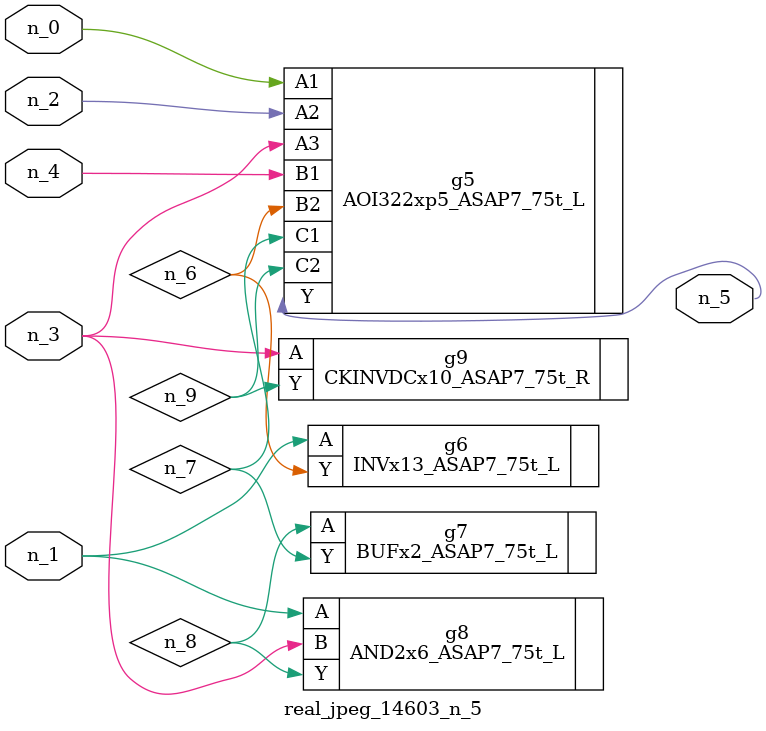
<source format=v>
module real_jpeg_14603_n_5 (n_4, n_0, n_1, n_2, n_3, n_5);

input n_4;
input n_0;
input n_1;
input n_2;
input n_3;

output n_5;

wire n_8;
wire n_6;
wire n_7;
wire n_9;

AOI322xp5_ASAP7_75t_L g5 ( 
.A1(n_0),
.A2(n_2),
.A3(n_3),
.B1(n_4),
.B2(n_6),
.C1(n_7),
.C2(n_9),
.Y(n_5)
);

INVx13_ASAP7_75t_L g6 ( 
.A(n_1),
.Y(n_6)
);

AND2x6_ASAP7_75t_L g8 ( 
.A(n_1),
.B(n_3),
.Y(n_8)
);

CKINVDCx10_ASAP7_75t_R g9 ( 
.A(n_3),
.Y(n_9)
);

BUFx2_ASAP7_75t_L g7 ( 
.A(n_8),
.Y(n_7)
);


endmodule
</source>
